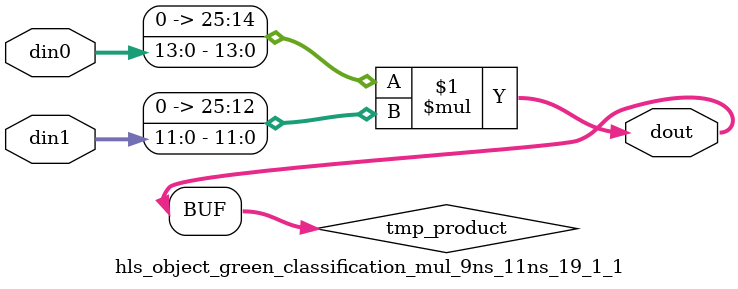
<source format=v>

`timescale 1 ns / 1 ps

  module hls_object_green_classification_mul_9ns_11ns_19_1_1(din0, din1, dout);
parameter ID = 1;
parameter NUM_STAGE = 0;
parameter din0_WIDTH = 14;
parameter din1_WIDTH = 12;
parameter dout_WIDTH = 26;

input [din0_WIDTH - 1 : 0] din0; 
input [din1_WIDTH - 1 : 0] din1; 
output [dout_WIDTH - 1 : 0] dout;

wire signed [dout_WIDTH - 1 : 0] tmp_product;










assign tmp_product = $signed({1'b0, din0}) * $signed({1'b0, din1});











assign dout = tmp_product;







endmodule

</source>
